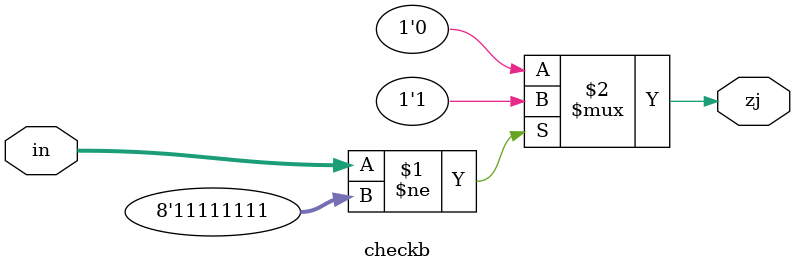
<source format=v>
module checka #(parameter i = 8) (
    input  [i-1:0] in,
    output        zi
);

localparam MAX_VAL  = (1 << (i)) - 2;     
assign zi = (in != MAX_VAL)  ? 1'b1 : 1'b0; // Check if not equal to max

endmodule
module checkb #(parameter i = 8) (
    input  [i-1:0] in,
    output        zj
);

localparam MAX_VAL = (1 << (i)) -1;    

assign zj = (in != MAX_VAL) ? 1'b1 : 1'b0; // Check if not equal to max-1

endmodule
</source>
